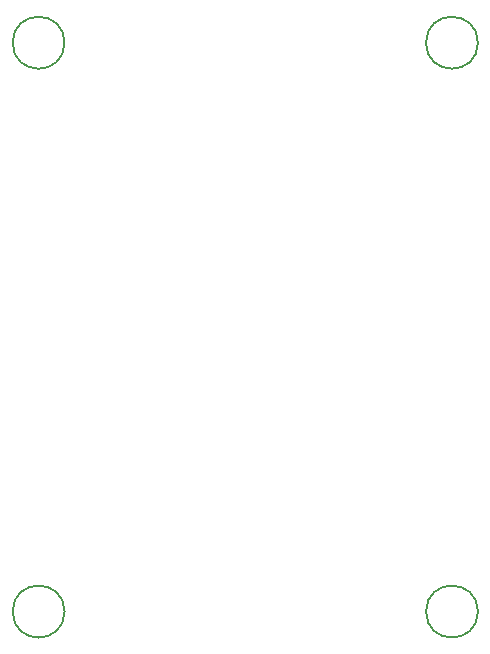
<source format=gbr>
%TF.GenerationSoftware,KiCad,Pcbnew,7.0.9*%
%TF.CreationDate,2024-01-09T17:40:00-08:00*%
%TF.ProjectId,RS-232 Logger,52532d32-3332-4204-9c6f-676765722e6b,rev?*%
%TF.SameCoordinates,Original*%
%TF.FileFunction,Other,Comment*%
%FSLAX46Y46*%
G04 Gerber Fmt 4.6, Leading zero omitted, Abs format (unit mm)*
G04 Created by KiCad (PCBNEW 7.0.9) date 2024-01-09 17:40:00*
%MOMM*%
%LPD*%
G01*
G04 APERTURE LIST*
%ADD10C,0.150000*%
G04 APERTURE END LIST*
D10*
%TO.C,REF\u002A\u002A*%
X67502800Y-78475200D02*
G75*
G03*
X67502800Y-78475200I-2200000J0D01*
G01*
X67502800Y-30312800D02*
G75*
G03*
X67502800Y-30312800I-2200000J0D01*
G01*
X32502800Y-78475200D02*
G75*
G03*
X32502800Y-78475200I-2200000J0D01*
G01*
X32502800Y-30312800D02*
G75*
G03*
X32502800Y-30312800I-2200000J0D01*
G01*
%TD*%
M02*

</source>
